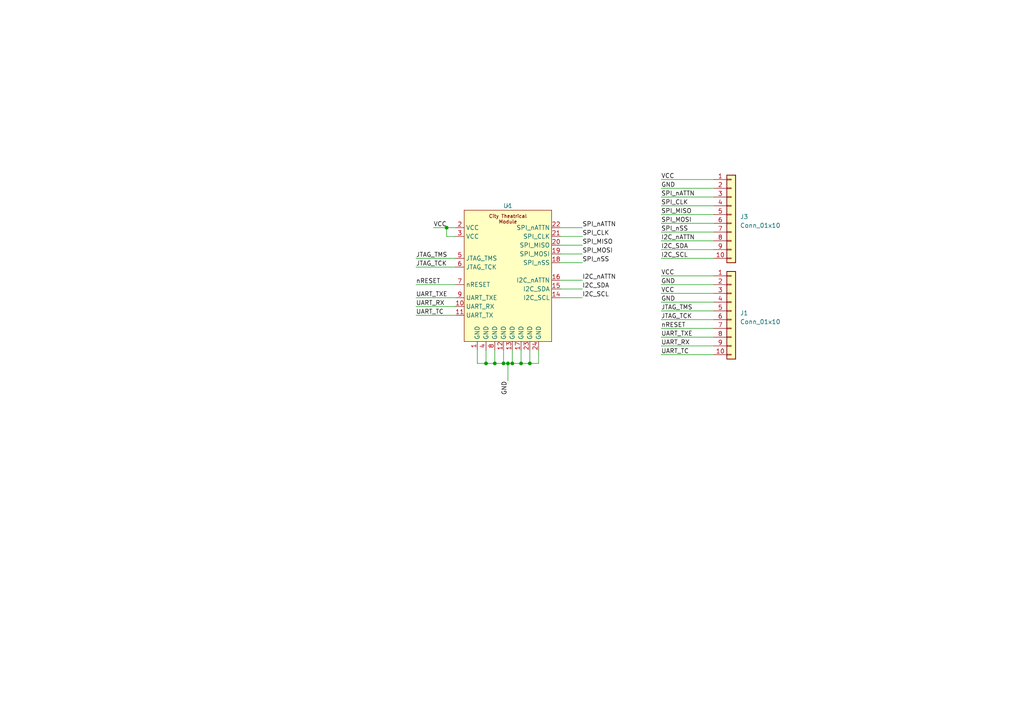
<source format=kicad_sch>
(kicad_sch (version 20231120) (generator "eeschema") (generator_version "8.0")
  (paper "A4")
  (lib_symbols
    (symbol "CityTheatrical:City_Theatrical_Module"
      (property "Reference" "U" (at 0 0 0))
      (symbol "City_Theatrical_Module_1_1"
        (rectangle (start -12.7 -1.27) (end 12.7 -39.37) (fill (type background)))
        (text "City Theatrical\nModule" (at 0 -3.81 0) (effects (font (size 1 1))))
        (pin input line (at -8.89 -41.91 90) (length 2.54) (name "GND") (number "1"))
        (pin input line (at -15.24 -29.21 0) (length 2.54) (name "UART_RX") (number "10"))
        (pin output line (at -15.24 -31.75 0) (length 2.54) (name "UART_TX") (number "11"))
        (pin input line (at -1.27 -41.91 90) (length 2.54) (name "GND") (number "12"))
        (pin input line (at 1.27 -41.91 90) (length 2.54) (name "GND") (number "13"))
        (pin input line (at 15.24 -26.67 180) (length 2.54) (name "I2C_SCL") (number "14"))
        (pin bidirectional line (at 15.24 -24.13 180) (length 2.54) (name "I2C_SDA") (number "15"))
        (pin output line (at 15.24 -21.59 180) (length 2.54) (name "I2C_nATTN") (number "16"))
        (pin input line (at 3.81 -41.91 90) (length 2.54) (name "GND") (number "17"))
        (pin input line (at 15.24 -16.51 180) (length 2.54) (name "SPI_nSS") (number "18"))
        (pin input line (at 15.24 -13.97 180) (length 2.54) (name "SPI_MOSI") (number "19"))
        (pin power_in line (at -15.24 -6.35 0) (length 2.54) (name "VCC") (number "2"))
        (pin output line (at 15.24 -11.43 180) (length 2.54) (name "SPI_MISO") (number "20"))
        (pin input line (at 15.24 -8.89 180) (length 2.54) (name "SPI_CLK") (number "21"))
        (pin output line (at 15.24 -6.35 180) (length 2.54) (name "SPI_nATTN") (number "22"))
        (pin input line (at 6.35 -41.91 90) (length 2.54) (name "GND") (number "23"))
        (pin input line (at 8.89 -41.91 90) (length 2.54) (name "GND") (number "24"))
        (pin power_in line (at -15.24 -8.89 0) (length 2.54) (name "VCC") (number "3"))
        (pin input line (at -6.35 -41.91 90) (length 2.54) (name "GND") (number "4"))
        (pin bidirectional line (at -15.24 -15.24 0) (length 2.54) (name "JTAG_TMS") (number "5"))
        (pin input line (at -15.24 -17.78 0) (length 2.54) (name "JTAG_TCK") (number "6"))
        (pin input line (at -15.24 -22.86 0) (length 2.54) (name "nRESET") (number "7"))
        (pin input line (at -3.81 -41.91 90) (length 2.54) (name "GND") (number "8"))
        (pin output line (at -15.24 -26.67 0) (length 2.54) (name "UART_TXE") (number "9"))
      )
    )
    (symbol "Connector_Generic:Conn_01x10" (pin_names (offset 1.016) hide)
      (property "Reference" "J" (at 0 12.7 0))
      (property "Value" "Conn_01x10" (at 0 -15.24 0))
      (symbol "Conn_01x10_1_1"
        (rectangle (start -1.27 -12.573) (end 0 -12.827) (stroke (width 0.1524)))
        (rectangle (start -1.27 -10.033) (end 0 -10.287) (stroke (width 0.1524)))
        (rectangle (start -1.27 -7.493) (end 0 -7.747) (stroke (width 0.1524)))
        (rectangle (start -1.27 -4.953) (end 0 -5.207) (stroke (width 0.1524)))
        (rectangle (start -1.27 -2.413) (end 0 -2.667) (stroke (width 0.1524)))
        (rectangle (start -1.27 0.127) (end 0 -0.127) (stroke (width 0.1524)))
        (rectangle (start -1.27 2.667) (end 0 2.413) (stroke (width 0.1524)))
        (rectangle (start -1.27 5.207) (end 0 4.953) (stroke (width 0.1524)))
        (rectangle (start -1.27 7.747) (end 0 7.493) (stroke (width 0.1524)))
        (rectangle (start -1.27 10.287) (end 0 10.033) (stroke (width 0.1524)))
        (rectangle (start -1.27 11.43) (end 1.27 -13.97) (stroke (width 0.254)) (fill (type background)))
        (pin passive line (at -5.08 10.16 0) (length 3.81) (name "Pin_1") (number "1"))
        (pin passive line (at -5.08 -12.7 0) (length 3.81) (name "Pin_10") (number "10"))
        (pin passive line (at -5.08 7.62 0) (length 3.81) (name "Pin_2") (number "2"))
        (pin passive line (at -5.08 5.08 0) (length 3.81) (name "Pin_3") (number "3"))
        (pin passive line (at -5.08 2.54 0) (length 3.81) (name "Pin_4") (number "4"))
        (pin passive line (at -5.08 0 0) (length 3.81) (name "Pin_5") (number "5"))
        (pin passive line (at -5.08 -2.54 0) (length 3.81) (name "Pin_6") (number "6"))
        (pin passive line (at -5.08 -5.08 0) (length 3.81) (name "Pin_7") (number "7"))
        (pin passive line (at -5.08 -7.62 0) (length 3.81) (name "Pin_8") (number "8"))
        (pin passive line (at -5.08 -10.16 0) (length 3.81) (name "Pin_9") (number "9"))
      )
    )
  )
  (junction (at 129.54 66.04))
  (junction (at 148.59 105.41))
  (junction (at 146.05 105.41))
  (junction (at 147.32 105.41))
  (junction (at 143.51 105.41))
  (junction (at 153.67 105.41))
  (junction (at 151.13 105.41))
  (junction (at 140.97 105.41))
  (wire (pts (xy 191.77 67.31) (xy 207.01 67.31)))
  (wire (pts (xy 162.56 68.58) (xy 168.91 68.58)))
  (wire (pts (xy 191.77 80.01) (xy 207.01 80.01)))
  (wire (pts (xy 147.32 105.41) (xy 147.32 110.49)))
  (wire (pts (xy 125.73 66.04) (xy 129.54 66.04)))
  (wire (pts (xy 191.77 69.85) (xy 207.01 69.85)))
  (wire (pts (xy 191.77 62.23) (xy 207.01 62.23)))
  (wire (pts (xy 140.97 101.6) (xy 140.97 105.41)))
  (wire (pts (xy 148.59 101.6) (xy 148.59 105.41)))
  (wire (pts (xy 191.77 52.07) (xy 207.01 52.07)))
  (wire (pts (xy 191.77 92.71) (xy 207.01 92.71)))
  (wire (pts (xy 120.65 74.93) (xy 132.08 74.93)))
  (wire (pts (xy 143.51 101.6) (xy 143.51 105.41)))
  (wire (pts (xy 153.67 105.41) (xy 151.13 105.41)))
  (wire (pts (xy 146.05 105.41) (xy 147.32 105.41)))
  (wire (pts (xy 191.77 85.09) (xy 207.01 85.09)))
  (wire (pts (xy 140.97 105.41) (xy 143.51 105.41)))
  (wire (pts (xy 129.54 68.58) (xy 129.54 66.04)))
  (wire (pts (xy 162.56 71.12) (xy 168.91 71.12)))
  (wire (pts (xy 191.77 100.33) (xy 207.01 100.33)))
  (wire (pts (xy 143.51 105.41) (xy 146.05 105.41)))
  (wire (pts (xy 156.21 101.6) (xy 156.21 105.41)))
  (wire (pts (xy 191.77 54.61) (xy 207.01 54.61)))
  (wire (pts (xy 191.77 59.69) (xy 207.01 59.69)))
  (wire (pts (xy 191.77 64.77) (xy 207.01 64.77)))
  (wire (pts (xy 191.77 57.15) (xy 207.01 57.15)))
  (wire (pts (xy 191.77 72.39) (xy 207.01 72.39)))
  (wire (pts (xy 162.56 83.82) (xy 168.91 83.82)))
  (wire (pts (xy 162.56 86.36) (xy 168.91 86.36)))
  (wire (pts (xy 120.65 82.55) (xy 132.08 82.55)))
  (wire (pts (xy 162.56 76.2) (xy 168.91 76.2)))
  (wire (pts (xy 156.21 105.41) (xy 153.67 105.41)))
  (wire (pts (xy 191.77 90.17) (xy 207.01 90.17)))
  (wire (pts (xy 191.77 97.79) (xy 207.01 97.79)))
  (wire (pts (xy 162.56 66.04) (xy 168.91 66.04)))
  (wire (pts (xy 191.77 102.87) (xy 207.01 102.87)))
  (wire (pts (xy 191.77 82.55) (xy 207.01 82.55)))
  (wire (pts (xy 132.08 68.58) (xy 129.54 68.58)))
  (wire (pts (xy 153.67 101.6) (xy 153.67 105.41)))
  (wire (pts (xy 162.56 73.66) (xy 168.91 73.66)))
  (wire (pts (xy 151.13 101.6) (xy 151.13 105.41)))
  (wire (pts (xy 138.43 105.41) (xy 140.97 105.41)))
  (wire (pts (xy 146.05 101.6) (xy 146.05 105.41)))
  (wire (pts (xy 138.43 101.6) (xy 138.43 105.41)))
  (wire (pts (xy 120.65 91.44) (xy 132.08 91.44)))
  (wire (pts (xy 120.65 77.47) (xy 132.08 77.47)))
  (wire (pts (xy 120.65 88.9) (xy 132.08 88.9)))
  (wire (pts (xy 151.13 105.41) (xy 148.59 105.41)))
  (wire (pts (xy 129.54 66.04) (xy 132.08 66.04)))
  (wire (pts (xy 162.56 81.28) (xy 168.91 81.28)))
  (wire (pts (xy 120.65 86.36) (xy 132.08 86.36)))
  (wire (pts (xy 191.77 74.93) (xy 207.01 74.93)))
  (wire (pts (xy 148.59 105.41) (xy 147.32 105.41)))
  (wire (pts (xy 191.77 87.63) (xy 207.01 87.63)))
  (wire (pts (xy 191.77 95.25) (xy 207.01 95.25)))
  (label "I2C_SDA" (at 191.77 72.39 0))
  (label "SPI_CLK" (at 168.91 68.58 0))
  (label "JTAG_TMS" (at 120.65 74.93 0))
  (label "SPI_MOSI" (at 168.91 73.66 0))
  (label "SPI_nATTN" (at 191.77 57.15 0))
  (label "UART_TC" (at 191.77 102.87 0))
  (label "SPI_nSS" (at 168.91 76.2 0))
  (label "I2C_SDA" (at 168.91 83.82 0))
  (label "SPI_MISO" (at 191.77 62.23 0))
  (label "GND" (at 191.77 82.55 0))
  (label "UART_TC" (at 120.65 91.44 0))
  (label "SPI_nSS" (at 191.77 67.31 0))
  (label "UART_RX" (at 191.77 100.33 0))
  (label "SPI_nATTN" (at 168.91 66.04 0))
  (label "I2C_nATTN" (at 191.77 69.85 0))
  (label "SPI_MISO" (at 168.91 71.12 0))
  (label "I2C_SCL" (at 191.77 74.93 0))
  (label "VCC" (at 125.73 66.04 0))
  (label "UART_RX" (at 120.65 88.9 0))
  (label "nRESET" (at 120.65 82.55 0))
  (label "JTAG_TCK" (at 120.65 77.47 0))
  (label "GND" (at 191.77 54.61 0))
  (label "I2C_SCL" (at 168.91 86.36 0))
  (label "VCC" (at 191.77 80.01 0))
  (label "VCC" (at 191.77 52.07 0))
  (label "SPI_MOSI" (at 191.77 64.77 0))
  (label "UART_TXE" (at 191.77 97.79 0))
  (label "I2C_nATTN" (at 168.91 81.28 0))
  (label "GND" (at 147.32 110.49 270))
  (label "UART_TXE" (at 120.65 86.36 0))
  (label "nRESET" (at 191.77 95.25 0))
  (label "SPI_CLK" (at 191.77 59.69 0))
  (label "GND" (at 191.77 87.63 0))
  (label "JTAG_TCK" (at 191.77 92.71 0))
  (label "VCC" (at 191.77 85.09 0))
  (label "JTAG_TMS" (at 191.77 90.17 0))
  (symbol (lib_id "Connector_Generic:Conn_01x10") (at 212.09 90.17 0) (unit 1)
    (property "Reference" "J1" (at 214.63 90.805 0) (effects (justify left)))
    (property "Value" "Conn_01x10" (at 214.63 93.345 0) (effects (justify left)))
    (property "Footprint" "Connector_PinHeader_2.54mm:PinHeader_1x10_P2.54mm_Vertical" (effects (hide yes)))
  )
  (symbol (lib_id "CityTheatrical:City_Theatrical_Module") (at 147.32 59.69 0) (unit 1)
    (property "Reference" "U1" (at 147.32 59.69 0))
    (property "Value" "~" (at 147.32 59.69 0))
    (property "Footprint" "CityTheatrical:Module 5994" (effects (hide yes)))
  )
  (symbol (lib_id "Connector_Generic:Conn_01x10") (at 212.09 62.23 0) (unit 1)
    (property "Reference" "J3" (at 214.63 62.865 0) (effects (justify left)))
    (property "Value" "Conn_01x10" (at 214.63 65.405 0) (effects (justify left)))
    (property "Footprint" "Connector_PinHeader_2.54mm:PinHeader_1x10_P2.54mm_Vertical" (effects (hide yes)))
  )
)
</source>
